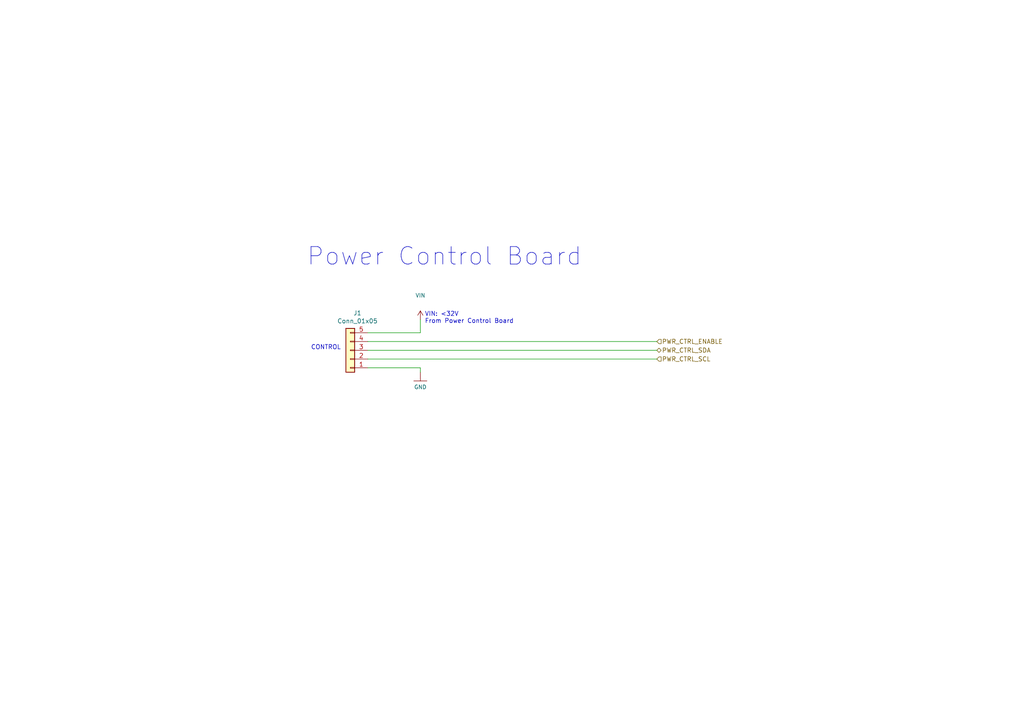
<source format=kicad_sch>
(kicad_sch (version 20230121) (generator eeschema)
  (paper "A4")
  (title_block (title "LCP Controller ") (date "2022-12-19") (rev "0.3") (company "NOAA Pacific Marine Environmental Laboratory") (comment 3 "Current design modified by: Basharat Basharat") (comment 4 "Current design by: Matt Casari") (comment 5 "Current design modified by: Basharat Martin"))
  (lib_symbols
    (symbol "Connector_Generic:Conn_01x05" (pin_names (offset 1.016) hide)
      (property "Reference" "J" (at 0 7.62 0))
      (property "Value" "Conn_01x05" (at 0 -7.62 0))
      (symbol "Conn_01x05_1_1"
        (rectangle (start -1.27 -4.953) (end 0 -5.207) (stroke (width 0.1524)))
        (rectangle (start -1.27 -2.413) (end 0 -2.667) (stroke (width 0.1524)))
        (rectangle (start -1.27 0.127) (end 0 -0.127) (stroke (width 0.1524)))
        (rectangle (start -1.27 2.667) (end 0 2.413) (stroke (width 0.1524)))
        (rectangle (start -1.27 5.207) (end 0 4.953) (stroke (width 0.1524)))
        (rectangle (start -1.27 6.35) (end 1.27 -6.35) (stroke (width 0.254)) (fill (type background)))
        (pin passive line (at -5.08 5.08 0) (length 3.81) (name "Pin_1") (number "1"))
        (pin passive line (at -5.08 2.54 0) (length 3.81) (name "Pin_2") (number "2"))
        (pin passive line (at -5.08 0 0) (length 3.81) (name "Pin_3") (number "3"))
        (pin passive line (at -5.08 -2.54 0) (length 3.81) (name "Pin_4") (number "4"))
        (pin passive line (at -5.08 -5.08 0) (length 3.81) (name "Pin_5") (number "5"))
      )
    )
    (symbol "SparkFun-PowerSymbols:GND" (power) (pin_numbers hide) (pin_names (offset 1.016) hide)
      (property "Value" "GND" (at -1.778 -5.08 0))
      (symbol "GND_1_0"
        (polyline (pts (xy -1.905 -2.54) (xy 1.905 -2.54)))
        (polyline (pts (xy 0 0) (xy 0 -2.54)))
      )
      (symbol "GND_1_1"
        (pin power_in line (at 0 0 270) (length 0) hide (name "GND") (number "~"))
      )
    )
    (symbol "SparkFun-PowerSymbols:VIN" (power) (pin_numbers hide) (pin_names (offset 1.016) hide)
      (property "Value" "VIN" (at -1.27 3.81 0))
      (property "Footprint" "XXX-00000" (at 0 7.62 0))
      (symbol "VIN_1_0"
        (polyline (pts (xy 0 0) (xy 0 2.54)))
        (polyline (pts (xy 0 2.54) (xy -0.762 1.27)))
        (polyline (pts (xy 0.762 1.27) (xy 0 2.54)))
      )
      (symbol "VIN_1_1"
        (pin power_in line (at 0 0 90) (length 0) hide (name "VIN") (number "~"))
      )
    )
  )
  (wire (pts (xy 121.92 96.52) (xy 121.92 92.71)))
  (wire (pts (xy 106.68 99.06) (xy 190.5 99.06)))
  (wire (pts (xy 106.68 106.68) (xy 121.92 106.68)))
  (wire (pts (xy 121.92 106.68) (xy 121.92 107.95)))
  (wire (pts (xy 106.68 101.6) (xy 190.5 101.6)))
  (wire (pts (xy 106.68 96.52) (xy 121.92 96.52)))
  (wire (pts (xy 106.68 104.14) (xy 190.5 104.14)))
  (text "CONTROL" (at 90.17 101.6 0) (effects (font (size 1.27 1.27)) (justify left bottom)))
  (text "VIN: <32V\nFrom Power Control Board" (at 123.19 93.98 0) (effects (font (size 1.27 1.27)) (justify left bottom)))
  (text "Power Control Board" (at 88.9 77.47 0) (effects (font (size 5.08 5.08)) (justify left bottom)))
  (hierarchical_label "PWR_CTRL_SCL" (shape input) (at 190.5 104.14 0))
  (hierarchical_label "PWR_CTRL_ENABLE" (shape input) (at 190.5 99.06 0))
  (hierarchical_label "PWR_CTRL_SDA" (shape bidirectional) (at 190.5 101.6 0))
  (symbol (lib_id "SparkFun-PowerSymbols:VIN") (at 121.92 92.71 0) (unit 1)
    (property "Reference" "#SUPPLY01" (effects hide))
    (property "Value" "VIN" (at 121.92 85.6996 0) (effects (font (size 1.143 1.143))))
    (property "Footprint" "XXX-00000" (effects hide))
  )
  (symbol (lib_id "SparkFun-PowerSymbols:GND") (at 121.92 107.95 0) (unit 1)
    (property "Reference" "#GND01" (effects hide))
    (property "Value" "GND" (at 121.92 112.268 0) (effects (font (size 1.143 1.143))))
  )
  (symbol (lib_id "Connector_Generic:Conn_01x05") (at 101.6 101.6 180) (unit 1)
    (property "Reference" "J1" (at 103.6828 90.805 0))
    (property "Value" "Conn_01x05" (at 103.6828 93.1164 0))
    (property "Footprint" "Connector_PinHeader_2.54mm:PinHeader_1x05_P2.54mm_Vertical" (effects hide))
  )
)
</source>
